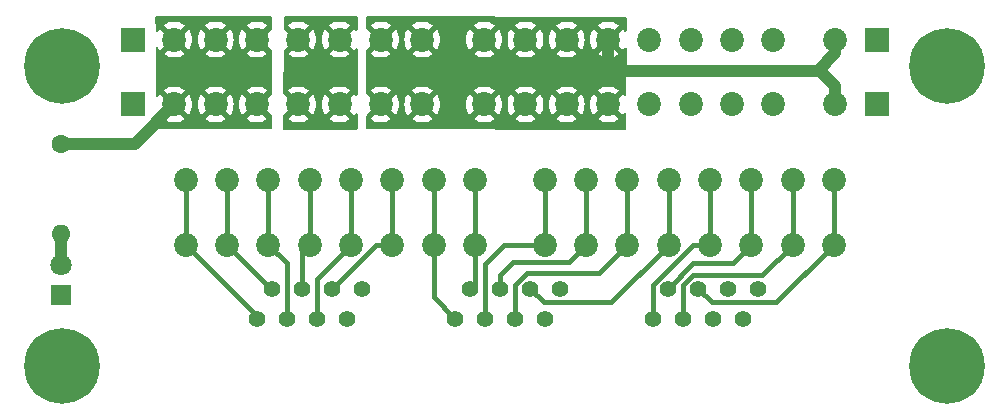
<source format=gtl>
G04 #@! TF.GenerationSoftware,KiCad,Pcbnew,7.0.7*
G04 #@! TF.CreationDate,2024-07-14T01:34:52-07:00*
G04 #@! TF.ProjectId,AnalogBox,416e616c-6f67-4426-9f78-2e6b69636164,rev?*
G04 #@! TF.SameCoordinates,Original*
G04 #@! TF.FileFunction,Copper,L1,Top*
G04 #@! TF.FilePolarity,Positive*
%FSLAX46Y46*%
G04 Gerber Fmt 4.6, Leading zero omitted, Abs format (unit mm)*
G04 Created by KiCad (PCBNEW 7.0.7) date 2024-07-14 01:34:52*
%MOMM*%
%LPD*%
G01*
G04 APERTURE LIST*
G04 #@! TA.AperFunction,ComponentPad*
%ADD10C,1.600000*%
G04 #@! TD*
G04 #@! TA.AperFunction,ComponentPad*
%ADD11O,1.600000X1.600000*%
G04 #@! TD*
G04 #@! TA.AperFunction,ComponentPad*
%ADD12C,1.397000*%
G04 #@! TD*
G04 #@! TA.AperFunction,ComponentPad*
%ADD13C,3.600000*%
G04 #@! TD*
G04 #@! TA.AperFunction,ConnectorPad*
%ADD14C,6.400000*%
G04 #@! TD*
G04 #@! TA.AperFunction,ComponentPad*
%ADD15R,2.025000X2.025000*%
G04 #@! TD*
G04 #@! TA.AperFunction,ComponentPad*
%ADD16C,2.025000*%
G04 #@! TD*
G04 #@! TA.AperFunction,ComponentPad*
%ADD17R,1.800000X1.800000*%
G04 #@! TD*
G04 #@! TA.AperFunction,ComponentPad*
%ADD18C,1.800000*%
G04 #@! TD*
G04 #@! TA.AperFunction,Conductor*
%ADD19C,0.400000*%
G04 #@! TD*
G04 #@! TA.AperFunction,Conductor*
%ADD20C,1.000000*%
G04 #@! TD*
G04 APERTURE END LIST*
D10*
X29110000Y-42140000D03*
D11*
X29110000Y-49760000D03*
D12*
X79269900Y-56934600D03*
X80539900Y-54394600D03*
X81809900Y-56934600D03*
X83079900Y-54394600D03*
X84349900Y-56934600D03*
X85619900Y-54394600D03*
X86889900Y-56934600D03*
X88159900Y-54394600D03*
D13*
X104140000Y-60960000D03*
D14*
X104140000Y-60960000D03*
D13*
X29210000Y-35560000D03*
D14*
X29210000Y-35560000D03*
D12*
X45700000Y-56934600D03*
X46970000Y-54394600D03*
X48240000Y-56934600D03*
X49510000Y-54394600D03*
X50780000Y-56934600D03*
X52050000Y-54394600D03*
X53320000Y-56934600D03*
X54590000Y-54394600D03*
D15*
X35230000Y-38790000D03*
X35230000Y-33290000D03*
D16*
X38730000Y-38790000D03*
X38730000Y-33290000D03*
X42230000Y-38790000D03*
X42230000Y-33290000D03*
X45730000Y-38790000D03*
X45730000Y-33290000D03*
X49230000Y-38790000D03*
X49230000Y-33290000D03*
X52730000Y-38790000D03*
X52730000Y-33290000D03*
X56230000Y-38790000D03*
X56230000Y-33290000D03*
X59730000Y-38790000D03*
X59730000Y-33290000D03*
D13*
X29210000Y-60960000D03*
D14*
X29210000Y-60960000D03*
D16*
X64965000Y-38790000D03*
X64965000Y-33290000D03*
X68465000Y-38790000D03*
X68465000Y-33290000D03*
X71965000Y-38790000D03*
X71965000Y-33290000D03*
X75465000Y-38790000D03*
X75465000Y-33290000D03*
X78965000Y-38790000D03*
X78965000Y-33290000D03*
X82465000Y-38790000D03*
X82465000Y-33290000D03*
X85965000Y-38790000D03*
X85965000Y-33290000D03*
X89465000Y-38790000D03*
X89465000Y-33290000D03*
X39690000Y-50660000D03*
X39690000Y-45160000D03*
X43190000Y-50660000D03*
X43190000Y-45160000D03*
X46690000Y-50660000D03*
X46690000Y-45160000D03*
X50190000Y-50660000D03*
X50190000Y-45160000D03*
X53690000Y-50660000D03*
X53690000Y-45160000D03*
X57190000Y-50660000D03*
X57190000Y-45160000D03*
X60690000Y-50660000D03*
X60690000Y-45160000D03*
X64190000Y-50660000D03*
X64190000Y-45160000D03*
D17*
X29110000Y-54880000D03*
D18*
X29110000Y-52340000D03*
D16*
X94700000Y-38790000D03*
X94700000Y-33290000D03*
D15*
X98200000Y-38790000D03*
X98200000Y-33290000D03*
D16*
X70090000Y-50660000D03*
X70090000Y-45160000D03*
X73590000Y-50660000D03*
X73590000Y-45160000D03*
X77090000Y-50660000D03*
X77090000Y-45160000D03*
X80590000Y-50660000D03*
X80590000Y-45160000D03*
X84090000Y-50660000D03*
X84090000Y-45160000D03*
X87590000Y-50660000D03*
X87590000Y-45160000D03*
X91090000Y-50660000D03*
X91090000Y-45160000D03*
X94590000Y-50660000D03*
X94590000Y-45160000D03*
D13*
X104140000Y-35560000D03*
D14*
X104140000Y-35560000D03*
D12*
X62499900Y-56934600D03*
X63769900Y-54394600D03*
X65039900Y-56934600D03*
X66309900Y-54394600D03*
X67579900Y-56934600D03*
X68849900Y-54394600D03*
X70119900Y-56934600D03*
X71389900Y-54394600D03*
D19*
X65039900Y-52300100D02*
X66680000Y-50660000D01*
X66680000Y-50660000D02*
X70090000Y-50660000D01*
X65039900Y-56934600D02*
X65039900Y-52300100D01*
X70090000Y-50660000D02*
X70090000Y-45160000D01*
X67447500Y-52122500D02*
X72127500Y-52122500D01*
X73590000Y-50660000D02*
X73590000Y-45160000D01*
X66309900Y-53260100D02*
X67447500Y-52122500D01*
X66309900Y-54394600D02*
X66309900Y-53260100D01*
X72127500Y-52122500D02*
X73590000Y-50660000D01*
X77090000Y-45160000D02*
X77090000Y-50660000D01*
X74720000Y-53030000D02*
X77090000Y-50660000D01*
X68590275Y-53030000D02*
X74720000Y-53030000D01*
X67579900Y-56934600D02*
X67579900Y-54040375D01*
X67579900Y-54040375D02*
X68590275Y-53030000D01*
X80590000Y-45160000D02*
X80590000Y-50660000D01*
X69998400Y-55543100D02*
X75706900Y-55543100D01*
X75706900Y-55543100D02*
X80590000Y-50660000D01*
X68849900Y-54394600D02*
X69998400Y-55543100D01*
X39690000Y-50660000D02*
X45700000Y-56670000D01*
X39690000Y-45160000D02*
X39690000Y-50660000D01*
X45700000Y-56670000D02*
X45700000Y-56934600D01*
X43190000Y-45160000D02*
X43190000Y-50660000D01*
X46924600Y-54394600D02*
X46970000Y-54394600D01*
X43190000Y-50660000D02*
X46924600Y-54394600D01*
X46690000Y-50660000D02*
X46690000Y-45160000D01*
X48240000Y-56934600D02*
X48240000Y-52210000D01*
X48240000Y-52210000D02*
X46690000Y-50660000D01*
X60690000Y-45160000D02*
X60690000Y-50660000D01*
X60690000Y-50660000D02*
X60690000Y-55124700D01*
X60690000Y-55124700D02*
X62499900Y-56934600D01*
X64190000Y-50660000D02*
X64190000Y-45160000D01*
X63769900Y-54394600D02*
X64190000Y-53974500D01*
X64190000Y-53974500D02*
X64190000Y-50660000D01*
X49510000Y-51340000D02*
X50190000Y-50660000D01*
X49510000Y-54394600D02*
X49510000Y-51340000D01*
X50190000Y-50660000D02*
X50190000Y-45160000D01*
X53690000Y-45160000D02*
X53690000Y-50660000D01*
X50780000Y-53570000D02*
X50780000Y-56934600D01*
X53690000Y-50660000D02*
X50780000Y-53570000D01*
X57190000Y-50660000D02*
X57190000Y-45160000D01*
X52050000Y-54394600D02*
X55784600Y-50660000D01*
X55784600Y-50660000D02*
X57190000Y-50660000D01*
X84090000Y-45160000D02*
X84090000Y-50660000D01*
X79269900Y-54050100D02*
X82660000Y-50660000D01*
X82660000Y-50660000D02*
X84090000Y-50660000D01*
X79269900Y-56934600D02*
X79269900Y-54050100D01*
X82684500Y-52250000D02*
X86000000Y-52250000D01*
X86000000Y-52250000D02*
X87590000Y-50660000D01*
X80539900Y-54394600D02*
X82684500Y-52250000D01*
X87590000Y-45160000D02*
X87590000Y-50660000D01*
X81809900Y-54111086D02*
X82674886Y-53246100D01*
X88503900Y-53246100D02*
X91090000Y-50660000D01*
X82674886Y-53246100D02*
X88503900Y-53246100D01*
X91090000Y-45160000D02*
X91090000Y-50660000D01*
X81809900Y-56934600D02*
X81809900Y-54111086D01*
X83079900Y-54394600D02*
X84228400Y-55543100D01*
X94590000Y-45160000D02*
X94590000Y-50660000D01*
X89706900Y-55543100D02*
X94590000Y-50660000D01*
X84228400Y-55543100D02*
X89706900Y-55543100D01*
D20*
X35380000Y-42140000D02*
X29110000Y-42140000D01*
X38730000Y-38790000D02*
X35380000Y-42140000D01*
X75460000Y-33295000D02*
X75465000Y-33290000D01*
X94700000Y-33290000D02*
X94700000Y-34454227D01*
X75460000Y-35350000D02*
X75460000Y-33295000D01*
X93400000Y-35950000D02*
X94700000Y-37250000D01*
X93204227Y-35950000D02*
X76060000Y-35950000D01*
X93204227Y-35950000D02*
X93400000Y-35950000D01*
X94700000Y-37250000D02*
X94700000Y-38790000D01*
X94700000Y-34454227D02*
X93204227Y-35950000D01*
X76060000Y-35950000D02*
X75460000Y-35350000D01*
X29110000Y-49760000D02*
X29110000Y-52340000D01*
G04 #@! TA.AperFunction,Conductor*
G36*
X76915763Y-31369718D02*
G01*
X76982755Y-31389555D01*
X77028391Y-31442462D01*
X77039479Y-31494237D01*
X77035189Y-32518421D01*
X77015224Y-32585378D01*
X76962229Y-32630911D01*
X76893029Y-32640565D01*
X76829595Y-32611274D01*
X76805463Y-32582692D01*
X76699224Y-32409326D01*
X76202397Y-32906154D01*
X76141074Y-32939639D01*
X76071382Y-32934655D01*
X76021902Y-32900701D01*
X75915896Y-32781044D01*
X75863522Y-32744893D01*
X75819533Y-32690612D01*
X75811873Y-32621163D01*
X75842976Y-32558598D01*
X75846282Y-32555163D01*
X76345672Y-32055774D01*
X76153783Y-31938184D01*
X76153780Y-31938182D01*
X75933833Y-31847078D01*
X75702342Y-31791502D01*
X75465000Y-31772823D01*
X75227657Y-31791502D01*
X74996166Y-31847078D01*
X74996165Y-31847078D01*
X74776227Y-31938179D01*
X74776224Y-31938181D01*
X74584327Y-32055775D01*
X75083716Y-32555163D01*
X75117201Y-32616486D01*
X75112217Y-32686177D01*
X75070346Y-32742111D01*
X75066476Y-32744893D01*
X75014103Y-32781044D01*
X74908097Y-32900700D01*
X74848908Y-32937827D01*
X74779042Y-32937059D01*
X74727601Y-32906154D01*
X74230775Y-32409327D01*
X74113181Y-32601224D01*
X74113179Y-32601227D01*
X74022078Y-32821165D01*
X74022078Y-32821166D01*
X73966502Y-33052657D01*
X73947823Y-33289999D01*
X73966502Y-33527342D01*
X74022078Y-33758833D01*
X74022078Y-33758834D01*
X74113182Y-33978780D01*
X74113184Y-33978783D01*
X74230774Y-34170672D01*
X74727601Y-33673844D01*
X74788924Y-33640359D01*
X74858615Y-33645343D01*
X74908096Y-33679296D01*
X75014104Y-33798955D01*
X75014104Y-33798956D01*
X75066474Y-33835104D01*
X75110464Y-33889386D01*
X75118124Y-33958835D01*
X75087021Y-34021400D01*
X75083715Y-34024835D01*
X74584326Y-34524224D01*
X74776216Y-34641815D01*
X74776219Y-34641817D01*
X74996166Y-34732921D01*
X75227657Y-34788497D01*
X75464999Y-34807176D01*
X75702342Y-34788497D01*
X75933833Y-34732921D01*
X75933834Y-34732921D01*
X76153780Y-34641817D01*
X76153783Y-34641815D01*
X76345672Y-34524225D01*
X76345672Y-34524224D01*
X75846283Y-34024836D01*
X75812798Y-33963513D01*
X75817782Y-33893822D01*
X75859653Y-33837888D01*
X75863493Y-33835126D01*
X75915896Y-33798956D01*
X76021902Y-33679297D01*
X76081090Y-33642173D01*
X76150956Y-33642940D01*
X76202398Y-33673845D01*
X76699224Y-34170672D01*
X76798951Y-34007934D01*
X76850762Y-33961059D01*
X76919692Y-33949636D01*
X76983855Y-33977293D01*
X77022880Y-34035249D01*
X77028677Y-34073243D01*
X77012309Y-37981083D01*
X76992344Y-38048040D01*
X76939349Y-38093573D01*
X76870149Y-38103227D01*
X76806715Y-38073936D01*
X76782583Y-38045354D01*
X76699224Y-37909326D01*
X76202397Y-38406154D01*
X76141074Y-38439639D01*
X76071382Y-38434655D01*
X76021902Y-38400701D01*
X75915896Y-38281044D01*
X75863522Y-38244893D01*
X75819533Y-38190612D01*
X75811873Y-38121163D01*
X75842976Y-38058598D01*
X75846282Y-38055163D01*
X76345672Y-37555774D01*
X76153783Y-37438184D01*
X76153780Y-37438182D01*
X75933833Y-37347078D01*
X75702342Y-37291502D01*
X75464999Y-37272823D01*
X75227657Y-37291502D01*
X74996166Y-37347078D01*
X74996165Y-37347078D01*
X74776227Y-37438179D01*
X74776224Y-37438181D01*
X74584327Y-37555775D01*
X75083716Y-38055163D01*
X75117201Y-38116486D01*
X75112217Y-38186177D01*
X75070346Y-38242111D01*
X75066476Y-38244893D01*
X75014103Y-38281044D01*
X74908097Y-38400700D01*
X74848908Y-38437827D01*
X74779042Y-38437059D01*
X74727601Y-38406154D01*
X74230775Y-37909327D01*
X74113181Y-38101224D01*
X74113179Y-38101227D01*
X74022078Y-38321165D01*
X74022078Y-38321166D01*
X73966502Y-38552657D01*
X73947823Y-38790000D01*
X73966502Y-39027342D01*
X74022078Y-39258833D01*
X74022078Y-39258834D01*
X74113182Y-39478780D01*
X74113184Y-39478783D01*
X74230774Y-39670672D01*
X74727601Y-39173844D01*
X74788924Y-39140359D01*
X74858615Y-39145343D01*
X74908096Y-39179296D01*
X75014103Y-39298955D01*
X75014104Y-39298956D01*
X75066474Y-39335104D01*
X75110464Y-39389386D01*
X75118124Y-39458835D01*
X75087021Y-39521400D01*
X75083715Y-39524835D01*
X74584326Y-40024224D01*
X74776216Y-40141815D01*
X74776219Y-40141817D01*
X74996166Y-40232921D01*
X75227657Y-40288497D01*
X75465000Y-40307176D01*
X75702342Y-40288497D01*
X75933833Y-40232921D01*
X75933834Y-40232921D01*
X76153780Y-40141817D01*
X76153783Y-40141815D01*
X76345672Y-40024225D01*
X76345672Y-40024224D01*
X75846283Y-39524836D01*
X75812798Y-39463513D01*
X75817782Y-39393822D01*
X75859653Y-39337888D01*
X75863493Y-39335126D01*
X75915896Y-39298956D01*
X76021902Y-39179297D01*
X76081090Y-39142173D01*
X76150956Y-39142940D01*
X76202398Y-39173845D01*
X76699224Y-39670672D01*
X76775756Y-39545785D01*
X76827568Y-39498910D01*
X76896497Y-39487487D01*
X76960660Y-39515144D01*
X76999685Y-39573100D01*
X77005482Y-39611094D01*
X77000517Y-40796350D01*
X76980552Y-40863307D01*
X76927557Y-40908840D01*
X76876349Y-40919831D01*
X55113572Y-40890168D01*
X55046559Y-40870392D01*
X55000877Y-40817526D01*
X54989741Y-40766430D01*
X54987576Y-39730484D01*
X55007120Y-39663411D01*
X55023894Y-39642551D01*
X55492601Y-39173844D01*
X55553924Y-39140359D01*
X55623616Y-39145343D01*
X55673096Y-39179296D01*
X55779103Y-39298955D01*
X55779104Y-39298956D01*
X55831474Y-39335104D01*
X55875464Y-39389386D01*
X55883124Y-39458835D01*
X55852021Y-39521400D01*
X55848715Y-39524835D01*
X55349326Y-40024224D01*
X55541216Y-40141815D01*
X55541219Y-40141817D01*
X55761166Y-40232921D01*
X55992657Y-40288497D01*
X56229999Y-40307176D01*
X56467342Y-40288497D01*
X56698833Y-40232921D01*
X56698834Y-40232921D01*
X56918780Y-40141817D01*
X56918783Y-40141815D01*
X57110672Y-40024225D01*
X57110672Y-40024224D01*
X56611283Y-39524836D01*
X56577798Y-39463513D01*
X56582782Y-39393822D01*
X56624653Y-39337888D01*
X56628493Y-39335126D01*
X56680896Y-39298956D01*
X56786902Y-39179297D01*
X56846090Y-39142173D01*
X56915956Y-39142940D01*
X56967398Y-39173845D01*
X57464224Y-39670672D01*
X57464225Y-39670672D01*
X57581815Y-39478783D01*
X57581817Y-39478780D01*
X57672921Y-39258834D01*
X57672921Y-39258833D01*
X57728497Y-39027342D01*
X57747176Y-38790000D01*
X57747176Y-38789999D01*
X58212823Y-38789999D01*
X58231502Y-39027342D01*
X58287078Y-39258833D01*
X58287078Y-39258834D01*
X58378182Y-39478780D01*
X58378184Y-39478783D01*
X58495774Y-39670672D01*
X58992601Y-39173844D01*
X59053924Y-39140359D01*
X59123615Y-39145343D01*
X59173096Y-39179296D01*
X59279103Y-39298955D01*
X59279104Y-39298956D01*
X59331474Y-39335104D01*
X59375464Y-39389386D01*
X59383124Y-39458835D01*
X59352021Y-39521400D01*
X59348715Y-39524835D01*
X58849326Y-40024224D01*
X59041216Y-40141815D01*
X59041219Y-40141817D01*
X59261166Y-40232921D01*
X59492657Y-40288497D01*
X59730000Y-40307176D01*
X59967342Y-40288497D01*
X60198833Y-40232921D01*
X60198834Y-40232921D01*
X60418780Y-40141817D01*
X60418783Y-40141815D01*
X60610672Y-40024225D01*
X60610672Y-40024224D01*
X60111283Y-39524836D01*
X60077798Y-39463513D01*
X60082782Y-39393822D01*
X60124653Y-39337888D01*
X60128493Y-39335126D01*
X60180896Y-39298956D01*
X60286902Y-39179297D01*
X60346090Y-39142173D01*
X60415956Y-39142940D01*
X60467398Y-39173845D01*
X60964224Y-39670672D01*
X60964225Y-39670672D01*
X61081815Y-39478783D01*
X61081817Y-39478780D01*
X61172921Y-39258834D01*
X61172921Y-39258833D01*
X61228497Y-39027342D01*
X61247176Y-38790000D01*
X61247176Y-38789999D01*
X63447823Y-38789999D01*
X63466502Y-39027342D01*
X63522078Y-39258833D01*
X63522078Y-39258834D01*
X63613182Y-39478780D01*
X63613184Y-39478783D01*
X63730774Y-39670672D01*
X64227601Y-39173844D01*
X64288924Y-39140359D01*
X64358615Y-39145343D01*
X64408096Y-39179296D01*
X64514103Y-39298955D01*
X64514104Y-39298956D01*
X64566474Y-39335104D01*
X64610464Y-39389386D01*
X64618124Y-39458835D01*
X64587021Y-39521400D01*
X64583715Y-39524835D01*
X64084326Y-40024224D01*
X64276216Y-40141815D01*
X64276219Y-40141817D01*
X64496166Y-40232921D01*
X64727657Y-40288497D01*
X64964999Y-40307176D01*
X65202342Y-40288497D01*
X65433833Y-40232921D01*
X65433834Y-40232921D01*
X65653780Y-40141817D01*
X65653783Y-40141815D01*
X65845672Y-40024225D01*
X65845672Y-40024224D01*
X65346283Y-39524836D01*
X65312798Y-39463513D01*
X65317782Y-39393822D01*
X65359653Y-39337888D01*
X65363493Y-39335126D01*
X65415896Y-39298956D01*
X65521902Y-39179297D01*
X65581090Y-39142173D01*
X65650956Y-39142940D01*
X65702398Y-39173845D01*
X66199224Y-39670672D01*
X66199225Y-39670672D01*
X66316815Y-39478783D01*
X66316817Y-39478780D01*
X66407921Y-39258834D01*
X66407921Y-39258833D01*
X66463497Y-39027342D01*
X66482176Y-38790000D01*
X66947823Y-38790000D01*
X66966502Y-39027342D01*
X67022078Y-39258833D01*
X67022078Y-39258834D01*
X67113182Y-39478780D01*
X67113184Y-39478783D01*
X67230774Y-39670672D01*
X67727601Y-39173844D01*
X67788924Y-39140359D01*
X67858615Y-39145343D01*
X67908096Y-39179296D01*
X68014103Y-39298955D01*
X68014104Y-39298956D01*
X68066474Y-39335104D01*
X68110464Y-39389386D01*
X68118124Y-39458835D01*
X68087021Y-39521400D01*
X68083715Y-39524835D01*
X67584326Y-40024224D01*
X67776216Y-40141815D01*
X67776219Y-40141817D01*
X67996166Y-40232921D01*
X68227657Y-40288497D01*
X68465000Y-40307176D01*
X68702342Y-40288497D01*
X68933833Y-40232921D01*
X68933834Y-40232921D01*
X69153780Y-40141817D01*
X69153783Y-40141815D01*
X69345672Y-40024225D01*
X69345672Y-40024224D01*
X68846283Y-39524836D01*
X68812798Y-39463513D01*
X68817782Y-39393822D01*
X68859653Y-39337888D01*
X68863493Y-39335126D01*
X68915896Y-39298956D01*
X69021902Y-39179297D01*
X69081090Y-39142173D01*
X69150956Y-39142940D01*
X69202398Y-39173845D01*
X69699224Y-39670672D01*
X69699225Y-39670672D01*
X69816815Y-39478783D01*
X69816817Y-39478780D01*
X69907921Y-39258834D01*
X69907921Y-39258833D01*
X69963497Y-39027342D01*
X69982176Y-38790000D01*
X70447823Y-38790000D01*
X70466502Y-39027342D01*
X70522078Y-39258833D01*
X70522078Y-39258834D01*
X70613182Y-39478780D01*
X70613184Y-39478783D01*
X70730774Y-39670672D01*
X71227601Y-39173844D01*
X71288924Y-39140359D01*
X71358615Y-39145343D01*
X71408096Y-39179296D01*
X71514103Y-39298955D01*
X71514104Y-39298956D01*
X71566474Y-39335104D01*
X71610464Y-39389386D01*
X71618124Y-39458835D01*
X71587021Y-39521400D01*
X71583715Y-39524835D01*
X71084326Y-40024224D01*
X71276216Y-40141815D01*
X71276219Y-40141817D01*
X71496166Y-40232921D01*
X71727657Y-40288497D01*
X71964999Y-40307176D01*
X72202342Y-40288497D01*
X72433833Y-40232921D01*
X72433834Y-40232921D01*
X72653780Y-40141817D01*
X72653783Y-40141815D01*
X72845672Y-40024225D01*
X72845672Y-40024224D01*
X72346283Y-39524836D01*
X72312798Y-39463513D01*
X72317782Y-39393822D01*
X72359653Y-39337888D01*
X72363493Y-39335126D01*
X72415896Y-39298956D01*
X72521902Y-39179297D01*
X72581090Y-39142173D01*
X72650956Y-39142940D01*
X72702398Y-39173845D01*
X73199224Y-39670672D01*
X73199225Y-39670672D01*
X73316815Y-39478783D01*
X73316817Y-39478780D01*
X73407921Y-39258834D01*
X73407921Y-39258833D01*
X73463497Y-39027342D01*
X73482176Y-38790000D01*
X73463497Y-38552657D01*
X73407921Y-38321166D01*
X73407921Y-38321165D01*
X73316817Y-38101219D01*
X73316815Y-38101216D01*
X73199224Y-37909326D01*
X72702397Y-38406154D01*
X72641074Y-38439639D01*
X72571382Y-38434655D01*
X72521902Y-38400701D01*
X72415896Y-38281044D01*
X72363522Y-38244893D01*
X72319533Y-38190612D01*
X72311873Y-38121163D01*
X72342976Y-38058598D01*
X72346282Y-38055163D01*
X72845672Y-37555774D01*
X72653783Y-37438184D01*
X72653780Y-37438182D01*
X72433833Y-37347078D01*
X72202342Y-37291502D01*
X71965000Y-37272823D01*
X71727657Y-37291502D01*
X71496166Y-37347078D01*
X71496165Y-37347078D01*
X71276227Y-37438179D01*
X71276224Y-37438181D01*
X71084327Y-37555775D01*
X71583716Y-38055163D01*
X71617201Y-38116486D01*
X71612217Y-38186177D01*
X71570346Y-38242111D01*
X71566476Y-38244893D01*
X71514103Y-38281044D01*
X71408097Y-38400700D01*
X71348908Y-38437827D01*
X71279042Y-38437059D01*
X71227601Y-38406154D01*
X70730775Y-37909327D01*
X70613181Y-38101224D01*
X70613179Y-38101227D01*
X70522078Y-38321165D01*
X70522078Y-38321166D01*
X70466502Y-38552657D01*
X70447823Y-38790000D01*
X69982176Y-38790000D01*
X69963497Y-38552657D01*
X69907921Y-38321166D01*
X69907921Y-38321165D01*
X69816817Y-38101219D01*
X69816815Y-38101216D01*
X69699224Y-37909326D01*
X69202397Y-38406154D01*
X69141074Y-38439639D01*
X69071382Y-38434655D01*
X69021902Y-38400701D01*
X68915896Y-38281044D01*
X68863522Y-38244893D01*
X68819533Y-38190612D01*
X68811873Y-38121163D01*
X68842976Y-38058598D01*
X68846282Y-38055163D01*
X69345672Y-37555774D01*
X69153783Y-37438184D01*
X69153780Y-37438182D01*
X68933833Y-37347078D01*
X68702342Y-37291502D01*
X68465000Y-37272823D01*
X68227657Y-37291502D01*
X67996166Y-37347078D01*
X67996165Y-37347078D01*
X67776227Y-37438179D01*
X67776224Y-37438181D01*
X67584327Y-37555775D01*
X68083716Y-38055163D01*
X68117201Y-38116486D01*
X68112217Y-38186177D01*
X68070346Y-38242111D01*
X68066476Y-38244893D01*
X68014103Y-38281044D01*
X67908097Y-38400700D01*
X67848908Y-38437827D01*
X67779042Y-38437059D01*
X67727601Y-38406154D01*
X67230775Y-37909327D01*
X67113181Y-38101224D01*
X67113179Y-38101227D01*
X67022078Y-38321165D01*
X67022078Y-38321166D01*
X66966502Y-38552657D01*
X66947823Y-38790000D01*
X66482176Y-38790000D01*
X66463497Y-38552657D01*
X66407921Y-38321166D01*
X66407921Y-38321165D01*
X66316817Y-38101219D01*
X66316815Y-38101216D01*
X66199224Y-37909326D01*
X65702397Y-38406154D01*
X65641074Y-38439639D01*
X65571382Y-38434655D01*
X65521902Y-38400701D01*
X65415896Y-38281044D01*
X65363522Y-38244893D01*
X65319533Y-38190612D01*
X65311873Y-38121163D01*
X65342976Y-38058598D01*
X65346282Y-38055163D01*
X65845672Y-37555774D01*
X65653783Y-37438184D01*
X65653780Y-37438182D01*
X65433833Y-37347078D01*
X65202342Y-37291502D01*
X64964999Y-37272823D01*
X64727657Y-37291502D01*
X64496166Y-37347078D01*
X64496165Y-37347078D01*
X64276227Y-37438179D01*
X64276224Y-37438181D01*
X64084327Y-37555775D01*
X64583716Y-38055163D01*
X64617201Y-38116486D01*
X64612217Y-38186177D01*
X64570346Y-38242111D01*
X64566476Y-38244893D01*
X64514103Y-38281044D01*
X64408097Y-38400700D01*
X64348908Y-38437827D01*
X64279042Y-38437059D01*
X64227601Y-38406154D01*
X63730775Y-37909327D01*
X63613181Y-38101224D01*
X63613179Y-38101227D01*
X63522078Y-38321165D01*
X63522078Y-38321166D01*
X63466502Y-38552657D01*
X63447823Y-38789999D01*
X61247176Y-38789999D01*
X61228497Y-38552657D01*
X61172921Y-38321166D01*
X61172921Y-38321165D01*
X61081817Y-38101219D01*
X61081815Y-38101216D01*
X60964224Y-37909326D01*
X60467397Y-38406154D01*
X60406074Y-38439639D01*
X60336382Y-38434655D01*
X60286902Y-38400701D01*
X60180896Y-38281044D01*
X60128522Y-38244893D01*
X60084533Y-38190612D01*
X60076873Y-38121163D01*
X60107976Y-38058598D01*
X60111282Y-38055163D01*
X60610672Y-37555774D01*
X60418783Y-37438184D01*
X60418780Y-37438182D01*
X60198833Y-37347078D01*
X59967342Y-37291502D01*
X59729999Y-37272823D01*
X59492657Y-37291502D01*
X59261166Y-37347078D01*
X59261165Y-37347078D01*
X59041227Y-37438179D01*
X59041224Y-37438181D01*
X58849327Y-37555775D01*
X59348716Y-38055163D01*
X59382201Y-38116486D01*
X59377217Y-38186177D01*
X59335346Y-38242111D01*
X59331476Y-38244893D01*
X59279103Y-38281044D01*
X59173097Y-38400700D01*
X59113908Y-38437827D01*
X59044042Y-38437059D01*
X58992601Y-38406154D01*
X58495775Y-37909327D01*
X58378181Y-38101224D01*
X58378179Y-38101227D01*
X58287078Y-38321165D01*
X58287078Y-38321166D01*
X58231502Y-38552657D01*
X58212823Y-38789999D01*
X57747176Y-38789999D01*
X57728497Y-38552657D01*
X57672921Y-38321166D01*
X57672921Y-38321165D01*
X57581817Y-38101219D01*
X57581815Y-38101216D01*
X57464224Y-37909326D01*
X56967397Y-38406154D01*
X56906074Y-38439639D01*
X56836382Y-38434655D01*
X56786902Y-38400701D01*
X56680896Y-38281044D01*
X56628522Y-38244893D01*
X56584533Y-38190612D01*
X56576873Y-38121163D01*
X56607976Y-38058598D01*
X56611282Y-38055163D01*
X57110672Y-37555774D01*
X56918783Y-37438184D01*
X56918780Y-37438182D01*
X56698833Y-37347078D01*
X56467342Y-37291502D01*
X56229999Y-37272823D01*
X55992657Y-37291502D01*
X55761166Y-37347078D01*
X55761165Y-37347078D01*
X55541227Y-37438179D01*
X55541224Y-37438181D01*
X55349327Y-37555775D01*
X55848716Y-38055163D01*
X55882201Y-38116486D01*
X55877217Y-38186177D01*
X55835346Y-38242111D01*
X55831476Y-38244893D01*
X55779103Y-38281044D01*
X55673097Y-38400700D01*
X55613908Y-38437827D01*
X55544042Y-38437059D01*
X55492601Y-38406154D01*
X55019955Y-37933507D01*
X54986470Y-37872184D01*
X54983638Y-37846109D01*
X54976106Y-34241953D01*
X54995649Y-34174882D01*
X55012423Y-34154022D01*
X55492601Y-33673844D01*
X55553924Y-33640359D01*
X55623616Y-33645343D01*
X55673096Y-33679296D01*
X55779103Y-33798955D01*
X55779104Y-33798956D01*
X55831474Y-33835104D01*
X55875464Y-33889386D01*
X55883124Y-33958835D01*
X55852021Y-34021400D01*
X55848715Y-34024835D01*
X55349326Y-34524224D01*
X55541216Y-34641815D01*
X55541219Y-34641817D01*
X55761166Y-34732921D01*
X55992657Y-34788497D01*
X56230000Y-34807176D01*
X56467342Y-34788497D01*
X56698833Y-34732921D01*
X56698834Y-34732921D01*
X56918780Y-34641817D01*
X56918783Y-34641815D01*
X57110672Y-34524225D01*
X57110672Y-34524224D01*
X56611283Y-34024836D01*
X56577798Y-33963513D01*
X56582782Y-33893822D01*
X56624653Y-33837888D01*
X56628493Y-33835126D01*
X56680896Y-33798956D01*
X56786902Y-33679297D01*
X56846090Y-33642173D01*
X56915956Y-33642940D01*
X56967398Y-33673845D01*
X57464224Y-34170672D01*
X57464225Y-34170672D01*
X57581815Y-33978783D01*
X57581817Y-33978780D01*
X57672921Y-33758834D01*
X57672921Y-33758833D01*
X57728497Y-33527342D01*
X57747176Y-33290000D01*
X58212823Y-33290000D01*
X58231502Y-33527342D01*
X58287078Y-33758833D01*
X58287078Y-33758834D01*
X58378182Y-33978780D01*
X58378184Y-33978783D01*
X58495774Y-34170672D01*
X58992601Y-33673844D01*
X59053924Y-33640359D01*
X59123615Y-33645343D01*
X59173096Y-33679296D01*
X59279103Y-33798955D01*
X59279104Y-33798956D01*
X59331474Y-33835104D01*
X59375464Y-33889386D01*
X59383124Y-33958835D01*
X59352021Y-34021400D01*
X59348715Y-34024835D01*
X58849326Y-34524224D01*
X59041216Y-34641815D01*
X59041219Y-34641817D01*
X59261166Y-34732921D01*
X59492657Y-34788497D01*
X59729999Y-34807176D01*
X59967342Y-34788497D01*
X60198833Y-34732921D01*
X60198834Y-34732921D01*
X60418780Y-34641817D01*
X60418783Y-34641815D01*
X60610672Y-34524225D01*
X60610672Y-34524224D01*
X60111283Y-34024836D01*
X60077798Y-33963513D01*
X60082782Y-33893822D01*
X60124653Y-33837888D01*
X60128493Y-33835126D01*
X60180896Y-33798956D01*
X60286902Y-33679297D01*
X60346090Y-33642173D01*
X60415956Y-33642940D01*
X60467398Y-33673845D01*
X60964224Y-34170672D01*
X60964225Y-34170672D01*
X61081815Y-33978783D01*
X61081817Y-33978780D01*
X61172921Y-33758834D01*
X61172921Y-33758833D01*
X61228497Y-33527342D01*
X61247176Y-33290000D01*
X63447823Y-33290000D01*
X63466502Y-33527342D01*
X63522078Y-33758833D01*
X63522078Y-33758834D01*
X63613182Y-33978780D01*
X63613184Y-33978783D01*
X63730774Y-34170672D01*
X64227601Y-33673844D01*
X64288924Y-33640359D01*
X64358615Y-33645343D01*
X64408096Y-33679296D01*
X64514103Y-33798955D01*
X64514104Y-33798956D01*
X64566474Y-33835104D01*
X64610464Y-33889386D01*
X64618124Y-33958835D01*
X64587021Y-34021400D01*
X64583715Y-34024835D01*
X64084326Y-34524224D01*
X64276216Y-34641815D01*
X64276219Y-34641817D01*
X64496166Y-34732921D01*
X64727657Y-34788497D01*
X64964999Y-34807176D01*
X65202342Y-34788497D01*
X65433833Y-34732921D01*
X65433834Y-34732921D01*
X65653780Y-34641817D01*
X65653783Y-34641815D01*
X65845672Y-34524225D01*
X65845672Y-34524224D01*
X65346283Y-34024836D01*
X65312798Y-33963513D01*
X65317782Y-33893822D01*
X65359653Y-33837888D01*
X65363493Y-33835126D01*
X65415896Y-33798956D01*
X65521902Y-33679297D01*
X65581090Y-33642173D01*
X65650956Y-33642940D01*
X65702398Y-33673845D01*
X66199224Y-34170672D01*
X66199225Y-34170672D01*
X66316815Y-33978783D01*
X66316817Y-33978780D01*
X66407921Y-33758834D01*
X66407921Y-33758833D01*
X66463497Y-33527342D01*
X66482176Y-33289999D01*
X66947823Y-33289999D01*
X66966502Y-33527342D01*
X67022078Y-33758833D01*
X67022078Y-33758834D01*
X67113182Y-33978780D01*
X67113184Y-33978783D01*
X67230774Y-34170672D01*
X67727601Y-33673844D01*
X67788924Y-33640359D01*
X67858615Y-33645343D01*
X67908096Y-33679296D01*
X68014103Y-33798955D01*
X68014104Y-33798956D01*
X68066474Y-33835104D01*
X68110464Y-33889386D01*
X68118124Y-33958835D01*
X68087021Y-34021400D01*
X68083715Y-34024835D01*
X67584326Y-34524224D01*
X67776216Y-34641815D01*
X67776219Y-34641817D01*
X67996166Y-34732921D01*
X68227657Y-34788497D01*
X68465000Y-34807176D01*
X68702342Y-34788497D01*
X68933833Y-34732921D01*
X68933834Y-34732921D01*
X69153780Y-34641817D01*
X69153783Y-34641815D01*
X69345672Y-34524225D01*
X69345672Y-34524224D01*
X68846283Y-34024836D01*
X68812798Y-33963513D01*
X68817782Y-33893822D01*
X68859653Y-33837888D01*
X68863493Y-33835126D01*
X68915896Y-33798956D01*
X69021902Y-33679297D01*
X69081090Y-33642173D01*
X69150956Y-33642940D01*
X69202398Y-33673845D01*
X69699224Y-34170672D01*
X69699225Y-34170672D01*
X69816815Y-33978783D01*
X69816817Y-33978780D01*
X69907921Y-33758834D01*
X69907921Y-33758833D01*
X69963497Y-33527342D01*
X69982176Y-33289999D01*
X70447823Y-33289999D01*
X70466502Y-33527342D01*
X70522078Y-33758833D01*
X70522078Y-33758834D01*
X70613182Y-33978780D01*
X70613184Y-33978783D01*
X70730774Y-34170672D01*
X71227601Y-33673844D01*
X71288924Y-33640359D01*
X71358615Y-33645343D01*
X71408096Y-33679296D01*
X71514103Y-33798955D01*
X71514104Y-33798956D01*
X71566474Y-33835104D01*
X71610464Y-33889386D01*
X71618124Y-33958835D01*
X71587021Y-34021400D01*
X71583715Y-34024835D01*
X71084326Y-34524224D01*
X71276216Y-34641815D01*
X71276219Y-34641817D01*
X71496166Y-34732921D01*
X71727657Y-34788497D01*
X71965000Y-34807176D01*
X72202342Y-34788497D01*
X72433833Y-34732921D01*
X72433834Y-34732921D01*
X72653780Y-34641817D01*
X72653783Y-34641815D01*
X72845672Y-34524225D01*
X72845672Y-34524224D01*
X72346283Y-34024836D01*
X72312798Y-33963513D01*
X72317782Y-33893822D01*
X72359653Y-33837888D01*
X72363493Y-33835126D01*
X72415896Y-33798956D01*
X72521902Y-33679297D01*
X72581090Y-33642173D01*
X72650956Y-33642940D01*
X72702398Y-33673845D01*
X73199224Y-34170672D01*
X73199225Y-34170672D01*
X73316815Y-33978783D01*
X73316817Y-33978780D01*
X73407921Y-33758834D01*
X73407921Y-33758833D01*
X73463497Y-33527342D01*
X73482176Y-33290000D01*
X73463497Y-33052657D01*
X73407921Y-32821166D01*
X73407921Y-32821165D01*
X73316817Y-32601219D01*
X73316815Y-32601216D01*
X73199224Y-32409326D01*
X72702397Y-32906154D01*
X72641074Y-32939639D01*
X72571382Y-32934655D01*
X72521902Y-32900701D01*
X72415896Y-32781044D01*
X72363522Y-32744893D01*
X72319533Y-32690612D01*
X72311873Y-32621163D01*
X72342976Y-32558598D01*
X72346282Y-32555163D01*
X72845672Y-32055774D01*
X72653783Y-31938184D01*
X72653780Y-31938182D01*
X72433833Y-31847078D01*
X72202342Y-31791502D01*
X71965000Y-31772823D01*
X71727657Y-31791502D01*
X71496166Y-31847078D01*
X71496165Y-31847078D01*
X71276227Y-31938179D01*
X71276224Y-31938181D01*
X71084327Y-32055775D01*
X71583716Y-32555163D01*
X71617201Y-32616486D01*
X71612217Y-32686177D01*
X71570346Y-32742111D01*
X71566476Y-32744893D01*
X71514103Y-32781044D01*
X71408097Y-32900700D01*
X71348908Y-32937827D01*
X71279042Y-32937059D01*
X71227601Y-32906154D01*
X70730775Y-32409327D01*
X70613181Y-32601224D01*
X70613179Y-32601227D01*
X70522078Y-32821165D01*
X70522078Y-32821166D01*
X70466502Y-33052657D01*
X70447823Y-33289999D01*
X69982176Y-33289999D01*
X69963497Y-33052657D01*
X69907921Y-32821166D01*
X69907921Y-32821165D01*
X69816817Y-32601219D01*
X69816815Y-32601216D01*
X69699224Y-32409326D01*
X69202397Y-32906154D01*
X69141074Y-32939639D01*
X69071382Y-32934655D01*
X69021902Y-32900701D01*
X68915896Y-32781044D01*
X68863522Y-32744893D01*
X68819533Y-32690612D01*
X68811873Y-32621163D01*
X68842976Y-32558598D01*
X68846282Y-32555163D01*
X69345672Y-32055774D01*
X69153783Y-31938184D01*
X69153780Y-31938182D01*
X68933833Y-31847078D01*
X68702342Y-31791502D01*
X68465000Y-31772823D01*
X68227657Y-31791502D01*
X67996166Y-31847078D01*
X67996165Y-31847078D01*
X67776227Y-31938179D01*
X67776224Y-31938181D01*
X67584327Y-32055775D01*
X68083716Y-32555163D01*
X68117201Y-32616486D01*
X68112217Y-32686177D01*
X68070346Y-32742111D01*
X68066476Y-32744893D01*
X68014103Y-32781044D01*
X67908097Y-32900700D01*
X67848908Y-32937827D01*
X67779042Y-32937059D01*
X67727601Y-32906154D01*
X67230775Y-32409327D01*
X67113181Y-32601224D01*
X67113179Y-32601227D01*
X67022078Y-32821165D01*
X67022078Y-32821166D01*
X66966502Y-33052657D01*
X66947823Y-33289999D01*
X66482176Y-33289999D01*
X66463497Y-33052657D01*
X66407921Y-32821166D01*
X66407921Y-32821165D01*
X66316817Y-32601219D01*
X66316815Y-32601216D01*
X66199224Y-32409326D01*
X65702397Y-32906154D01*
X65641074Y-32939639D01*
X65571382Y-32934655D01*
X65521902Y-32900701D01*
X65415896Y-32781044D01*
X65363522Y-32744893D01*
X65319533Y-32690612D01*
X65311873Y-32621163D01*
X65342976Y-32558598D01*
X65346282Y-32555163D01*
X65845672Y-32055774D01*
X65653783Y-31938184D01*
X65653780Y-31938182D01*
X65433833Y-31847078D01*
X65202342Y-31791502D01*
X64964999Y-31772823D01*
X64727657Y-31791502D01*
X64496166Y-31847078D01*
X64496165Y-31847078D01*
X64276227Y-31938179D01*
X64276224Y-31938181D01*
X64084327Y-32055775D01*
X64583716Y-32555163D01*
X64617201Y-32616486D01*
X64612217Y-32686177D01*
X64570346Y-32742111D01*
X64566476Y-32744893D01*
X64514103Y-32781044D01*
X64408097Y-32900700D01*
X64348908Y-32937827D01*
X64279042Y-32937059D01*
X64227601Y-32906154D01*
X63730775Y-32409327D01*
X63613181Y-32601224D01*
X63613179Y-32601227D01*
X63522078Y-32821165D01*
X63522078Y-32821166D01*
X63466502Y-33052657D01*
X63447823Y-33290000D01*
X61247176Y-33290000D01*
X61247176Y-33289999D01*
X61228497Y-33052657D01*
X61172921Y-32821166D01*
X61172921Y-32821165D01*
X61081817Y-32601219D01*
X61081815Y-32601216D01*
X60964224Y-32409326D01*
X60467397Y-32906154D01*
X60406074Y-32939639D01*
X60336382Y-32934655D01*
X60286902Y-32900701D01*
X60180896Y-32781044D01*
X60128522Y-32744893D01*
X60084533Y-32690612D01*
X60076873Y-32621163D01*
X60107976Y-32558598D01*
X60111282Y-32555163D01*
X60610672Y-32055774D01*
X60418783Y-31938184D01*
X60418780Y-31938182D01*
X60198833Y-31847078D01*
X59967342Y-31791502D01*
X59729999Y-31772823D01*
X59492657Y-31791502D01*
X59261166Y-31847078D01*
X59261165Y-31847078D01*
X59041227Y-31938179D01*
X59041224Y-31938181D01*
X58849327Y-32055775D01*
X59348716Y-32555163D01*
X59382201Y-32616486D01*
X59377217Y-32686177D01*
X59335346Y-32742111D01*
X59331476Y-32744893D01*
X59279103Y-32781044D01*
X59173097Y-32900700D01*
X59113908Y-32937827D01*
X59044042Y-32937059D01*
X58992601Y-32906154D01*
X58495775Y-32409327D01*
X58378181Y-32601224D01*
X58378179Y-32601227D01*
X58287078Y-32821165D01*
X58287078Y-32821166D01*
X58231502Y-33052657D01*
X58212823Y-33290000D01*
X57747176Y-33290000D01*
X57747176Y-33289999D01*
X57728497Y-33052657D01*
X57672921Y-32821166D01*
X57672921Y-32821165D01*
X57581817Y-32601219D01*
X57581815Y-32601216D01*
X57464224Y-32409326D01*
X56967397Y-32906154D01*
X56906074Y-32939639D01*
X56836382Y-32934655D01*
X56786902Y-32900701D01*
X56680896Y-32781044D01*
X56628522Y-32744893D01*
X56584533Y-32690612D01*
X56576873Y-32621163D01*
X56607976Y-32558598D01*
X56611282Y-32555163D01*
X57110672Y-32055774D01*
X56918783Y-31938184D01*
X56918780Y-31938182D01*
X56698833Y-31847078D01*
X56467342Y-31791502D01*
X56230000Y-31772823D01*
X55992657Y-31791502D01*
X55761166Y-31847078D01*
X55761165Y-31847078D01*
X55541227Y-31938179D01*
X55541224Y-31938181D01*
X55349327Y-32055775D01*
X55848716Y-32555163D01*
X55882201Y-32616486D01*
X55877217Y-32686177D01*
X55835346Y-32742111D01*
X55831476Y-32744893D01*
X55779103Y-32781044D01*
X55673097Y-32900700D01*
X55613908Y-32937827D01*
X55544042Y-32937059D01*
X55492601Y-32906154D01*
X55008437Y-32421990D01*
X54974952Y-32360667D01*
X54972120Y-32334588D01*
X54970260Y-31444584D01*
X54989805Y-31377504D01*
X55042513Y-31331639D01*
X55094536Y-31320326D01*
X76915763Y-31369718D01*
G37*
G04 #@! TD.AperFunction*
G04 #@! TA.AperFunction,Conductor*
G36*
X54202785Y-31328337D02*
G01*
X54248722Y-31380982D01*
X54260106Y-31432883D01*
X54260105Y-32452489D01*
X54240420Y-32519529D01*
X54187616Y-32565283D01*
X54118458Y-32575227D01*
X54054902Y-32546202D01*
X54030378Y-32517279D01*
X53964224Y-32409326D01*
X53467397Y-32906154D01*
X53406074Y-32939639D01*
X53336382Y-32934655D01*
X53286902Y-32900701D01*
X53180896Y-32781044D01*
X53128522Y-32744893D01*
X53084533Y-32690612D01*
X53076873Y-32621163D01*
X53107976Y-32558598D01*
X53111282Y-32555163D01*
X53610672Y-32055774D01*
X53418783Y-31938184D01*
X53418780Y-31938182D01*
X53198833Y-31847078D01*
X52967342Y-31791502D01*
X52729999Y-31772823D01*
X52492657Y-31791502D01*
X52261166Y-31847078D01*
X52261165Y-31847078D01*
X52041227Y-31938179D01*
X52041224Y-31938181D01*
X51849327Y-32055775D01*
X52348716Y-32555163D01*
X52382201Y-32616486D01*
X52377217Y-32686177D01*
X52335346Y-32742111D01*
X52331476Y-32744893D01*
X52279103Y-32781044D01*
X52173097Y-32900700D01*
X52113908Y-32937827D01*
X52044042Y-32937059D01*
X51992601Y-32906154D01*
X51495775Y-32409327D01*
X51378181Y-32601224D01*
X51378179Y-32601227D01*
X51287078Y-32821165D01*
X51287078Y-32821166D01*
X51231502Y-33052657D01*
X51212823Y-33289999D01*
X51231502Y-33527342D01*
X51287078Y-33758833D01*
X51287078Y-33758834D01*
X51378182Y-33978780D01*
X51378184Y-33978783D01*
X51495774Y-34170672D01*
X51992601Y-33673844D01*
X52053924Y-33640359D01*
X52123615Y-33645343D01*
X52173096Y-33679296D01*
X52279103Y-33798955D01*
X52279104Y-33798956D01*
X52331474Y-33835104D01*
X52375464Y-33889386D01*
X52383124Y-33958835D01*
X52352021Y-34021400D01*
X52348715Y-34024835D01*
X51849326Y-34524224D01*
X52041216Y-34641815D01*
X52041219Y-34641817D01*
X52261166Y-34732921D01*
X52492657Y-34788497D01*
X52730000Y-34807176D01*
X52967342Y-34788497D01*
X53198833Y-34732921D01*
X53198834Y-34732921D01*
X53418780Y-34641817D01*
X53418783Y-34641815D01*
X53610672Y-34524225D01*
X53610672Y-34524224D01*
X53111283Y-34024836D01*
X53077798Y-33963513D01*
X53082782Y-33893822D01*
X53124653Y-33837888D01*
X53128493Y-33835126D01*
X53180896Y-33798956D01*
X53286902Y-33679297D01*
X53346090Y-33642173D01*
X53415956Y-33642940D01*
X53467398Y-33673845D01*
X53964224Y-34170672D01*
X54030377Y-34062720D01*
X54082189Y-34015844D01*
X54151119Y-34004421D01*
X54215282Y-34032078D01*
X54254306Y-34090033D01*
X54260105Y-34127509D01*
X54260105Y-37952489D01*
X54240420Y-38019528D01*
X54187616Y-38065283D01*
X54118458Y-38075227D01*
X54054902Y-38046202D01*
X54030378Y-38017279D01*
X53964224Y-37909326D01*
X53467397Y-38406154D01*
X53406074Y-38439639D01*
X53336382Y-38434655D01*
X53286902Y-38400701D01*
X53180896Y-38281044D01*
X53128522Y-38244893D01*
X53084533Y-38190612D01*
X53076873Y-38121163D01*
X53107976Y-38058598D01*
X53111282Y-38055163D01*
X53610672Y-37555774D01*
X53418783Y-37438184D01*
X53418780Y-37438182D01*
X53198833Y-37347078D01*
X52967342Y-37291502D01*
X52730000Y-37272823D01*
X52492657Y-37291502D01*
X52261166Y-37347078D01*
X52261165Y-37347078D01*
X52041227Y-37438179D01*
X52041224Y-37438181D01*
X51849327Y-37555775D01*
X52348716Y-38055163D01*
X52382201Y-38116486D01*
X52377217Y-38186177D01*
X52335346Y-38242111D01*
X52331476Y-38244893D01*
X52279103Y-38281044D01*
X52173097Y-38400700D01*
X52113908Y-38437827D01*
X52044042Y-38437059D01*
X51992601Y-38406154D01*
X51495775Y-37909327D01*
X51378181Y-38101224D01*
X51378179Y-38101227D01*
X51287078Y-38321165D01*
X51287078Y-38321166D01*
X51231502Y-38552657D01*
X51212823Y-38790000D01*
X51231502Y-39027342D01*
X51287078Y-39258833D01*
X51287078Y-39258834D01*
X51378182Y-39478780D01*
X51378184Y-39478783D01*
X51495774Y-39670672D01*
X51992601Y-39173844D01*
X52053924Y-39140359D01*
X52123615Y-39145343D01*
X52173096Y-39179296D01*
X52279103Y-39298955D01*
X52279104Y-39298956D01*
X52331474Y-39335104D01*
X52375464Y-39389386D01*
X52383124Y-39458835D01*
X52352021Y-39521400D01*
X52348715Y-39524835D01*
X51849326Y-40024224D01*
X52041216Y-40141815D01*
X52041219Y-40141817D01*
X52261166Y-40232921D01*
X52492657Y-40288497D01*
X52729999Y-40307176D01*
X52967342Y-40288497D01*
X53198833Y-40232921D01*
X53198834Y-40232921D01*
X53418780Y-40141817D01*
X53418783Y-40141815D01*
X53610672Y-40024225D01*
X53610672Y-40024224D01*
X53111283Y-39524836D01*
X53077798Y-39463513D01*
X53082782Y-39393822D01*
X53124653Y-39337888D01*
X53128493Y-39335126D01*
X53180896Y-39298956D01*
X53286902Y-39179297D01*
X53346090Y-39142173D01*
X53415956Y-39142940D01*
X53467398Y-39173845D01*
X53964224Y-39670672D01*
X54030377Y-39562720D01*
X54082189Y-39515844D01*
X54151119Y-39504421D01*
X54215282Y-39532078D01*
X54254306Y-39590033D01*
X54260105Y-39627509D01*
X54260106Y-40795619D01*
X54240421Y-40862658D01*
X54187618Y-40908413D01*
X54137276Y-40919613D01*
X48026840Y-40977259D01*
X47959618Y-40958208D01*
X47913367Y-40905838D01*
X47901680Y-40851727D01*
X47914761Y-39799079D01*
X47935276Y-39732294D01*
X47955364Y-39715319D01*
X47953246Y-39713201D01*
X48492601Y-39173844D01*
X48553924Y-39140359D01*
X48623615Y-39145343D01*
X48673096Y-39179296D01*
X48779103Y-39298955D01*
X48779104Y-39298956D01*
X48831474Y-39335104D01*
X48875464Y-39389386D01*
X48883124Y-39458835D01*
X48852021Y-39521400D01*
X48848715Y-39524835D01*
X48349326Y-40024224D01*
X48541216Y-40141815D01*
X48541219Y-40141817D01*
X48761166Y-40232921D01*
X48992657Y-40288497D01*
X49230000Y-40307176D01*
X49467342Y-40288497D01*
X49698833Y-40232921D01*
X49698834Y-40232921D01*
X49918780Y-40141817D01*
X49918783Y-40141815D01*
X50110672Y-40024225D01*
X50110672Y-40024224D01*
X49611283Y-39524836D01*
X49577798Y-39463513D01*
X49582782Y-39393822D01*
X49624653Y-39337888D01*
X49628493Y-39335126D01*
X49680896Y-39298956D01*
X49786902Y-39179297D01*
X49846090Y-39142173D01*
X49915956Y-39142940D01*
X49967398Y-39173845D01*
X50464224Y-39670672D01*
X50464225Y-39670672D01*
X50581815Y-39478783D01*
X50581817Y-39478780D01*
X50672921Y-39258834D01*
X50672921Y-39258833D01*
X50728497Y-39027342D01*
X50747176Y-38790000D01*
X50728497Y-38552657D01*
X50672921Y-38321166D01*
X50672921Y-38321165D01*
X50581817Y-38101219D01*
X50581815Y-38101216D01*
X50464224Y-37909326D01*
X49967397Y-38406154D01*
X49906074Y-38439639D01*
X49836382Y-38434655D01*
X49786902Y-38400701D01*
X49680896Y-38281044D01*
X49628522Y-38244893D01*
X49584533Y-38190612D01*
X49576873Y-38121163D01*
X49607976Y-38058598D01*
X49611282Y-38055163D01*
X50110672Y-37555774D01*
X49918783Y-37438184D01*
X49918780Y-37438182D01*
X49698833Y-37347078D01*
X49467342Y-37291502D01*
X49230000Y-37272823D01*
X48992657Y-37291502D01*
X48761166Y-37347078D01*
X48761165Y-37347078D01*
X48541227Y-37438179D01*
X48541224Y-37438181D01*
X48349327Y-37555775D01*
X48848716Y-38055163D01*
X48882201Y-38116486D01*
X48877217Y-38186177D01*
X48835346Y-38242111D01*
X48831476Y-38244893D01*
X48779103Y-38281044D01*
X48673097Y-38400700D01*
X48613908Y-38437827D01*
X48544042Y-38437059D01*
X48492601Y-38406154D01*
X47975907Y-37889459D01*
X47942422Y-37828136D01*
X47939599Y-37800248D01*
X47983934Y-34232340D01*
X48004450Y-34165554D01*
X48020243Y-34146203D01*
X48492601Y-33673844D01*
X48553924Y-33640359D01*
X48623615Y-33645343D01*
X48673096Y-33679296D01*
X48779103Y-33798955D01*
X48779104Y-33798956D01*
X48831474Y-33835104D01*
X48875464Y-33889386D01*
X48883124Y-33958835D01*
X48852021Y-34021400D01*
X48848715Y-34024835D01*
X48349326Y-34524224D01*
X48541216Y-34641815D01*
X48541219Y-34641817D01*
X48761166Y-34732921D01*
X48992657Y-34788497D01*
X49229999Y-34807176D01*
X49467342Y-34788497D01*
X49698833Y-34732921D01*
X49698834Y-34732921D01*
X49918780Y-34641817D01*
X49918783Y-34641815D01*
X50110672Y-34524225D01*
X50110672Y-34524224D01*
X49611283Y-34024836D01*
X49577798Y-33963513D01*
X49582782Y-33893822D01*
X49624653Y-33837888D01*
X49628493Y-33835126D01*
X49680896Y-33798956D01*
X49786902Y-33679297D01*
X49846090Y-33642173D01*
X49915956Y-33642940D01*
X49967398Y-33673845D01*
X50464224Y-34170672D01*
X50464225Y-34170672D01*
X50581815Y-33978783D01*
X50581817Y-33978780D01*
X50672921Y-33758834D01*
X50672921Y-33758833D01*
X50728497Y-33527342D01*
X50747176Y-33289999D01*
X50728497Y-33052657D01*
X50672921Y-32821166D01*
X50672921Y-32821165D01*
X50581817Y-32601219D01*
X50581815Y-32601216D01*
X50464224Y-32409326D01*
X49967397Y-32906154D01*
X49906074Y-32939639D01*
X49836382Y-32934655D01*
X49786902Y-32900701D01*
X49680896Y-32781044D01*
X49628522Y-32744893D01*
X49584533Y-32690612D01*
X49576873Y-32621163D01*
X49607976Y-32558598D01*
X49611282Y-32555163D01*
X50110672Y-32055774D01*
X49918783Y-31938184D01*
X49918780Y-31938182D01*
X49698833Y-31847078D01*
X49467342Y-31791502D01*
X49230000Y-31772823D01*
X48992657Y-31791502D01*
X48761166Y-31847078D01*
X48761165Y-31847078D01*
X48541227Y-31938179D01*
X48541224Y-31938181D01*
X48349327Y-32055775D01*
X48848716Y-32555163D01*
X48882201Y-32616486D01*
X48877217Y-32686177D01*
X48835346Y-32742111D01*
X48831476Y-32744893D01*
X48779103Y-32781044D01*
X48673097Y-32900700D01*
X48613908Y-32937827D01*
X48544042Y-32937059D01*
X48492601Y-32906154D01*
X48035704Y-32449257D01*
X48006750Y-32396233D01*
X48018483Y-31452034D01*
X48038999Y-31385247D01*
X48092367Y-31340151D01*
X48142042Y-31329578D01*
X54135680Y-31308884D01*
X54202785Y-31328337D01*
G37*
G04 #@! TD.AperFunction*
G04 #@! TA.AperFunction,Conductor*
G36*
X46942722Y-31289858D02*
G01*
X46988637Y-31342523D01*
X47000000Y-31394377D01*
X47000000Y-32322189D01*
X46980315Y-32389228D01*
X46963681Y-32409870D01*
X46467397Y-32906154D01*
X46406074Y-32939639D01*
X46336382Y-32934655D01*
X46286902Y-32900701D01*
X46180896Y-32781044D01*
X46128522Y-32744893D01*
X46084533Y-32690612D01*
X46076873Y-32621163D01*
X46107976Y-32558598D01*
X46111282Y-32555163D01*
X46610672Y-32055774D01*
X46418783Y-31938184D01*
X46418780Y-31938182D01*
X46198833Y-31847078D01*
X45967342Y-31791502D01*
X45729999Y-31772823D01*
X45492657Y-31791502D01*
X45261166Y-31847078D01*
X45261165Y-31847078D01*
X45041227Y-31938179D01*
X45041224Y-31938181D01*
X44849327Y-32055775D01*
X45348716Y-32555163D01*
X45382201Y-32616486D01*
X45377217Y-32686177D01*
X45335346Y-32742111D01*
X45331476Y-32744893D01*
X45279103Y-32781044D01*
X45173097Y-32900700D01*
X45113908Y-32937827D01*
X45044042Y-32937059D01*
X44992601Y-32906154D01*
X44495775Y-32409327D01*
X44378181Y-32601224D01*
X44378179Y-32601227D01*
X44287078Y-32821165D01*
X44287078Y-32821166D01*
X44231502Y-33052657D01*
X44212823Y-33289999D01*
X44231502Y-33527342D01*
X44287078Y-33758833D01*
X44287078Y-33758834D01*
X44378182Y-33978780D01*
X44378184Y-33978783D01*
X44495774Y-34170672D01*
X44992601Y-33673844D01*
X45053924Y-33640359D01*
X45123615Y-33645343D01*
X45173096Y-33679296D01*
X45279103Y-33798955D01*
X45279104Y-33798956D01*
X45331474Y-33835104D01*
X45375464Y-33889386D01*
X45383124Y-33958835D01*
X45352021Y-34021400D01*
X45348715Y-34024835D01*
X44849326Y-34524224D01*
X45041216Y-34641815D01*
X45041219Y-34641817D01*
X45261166Y-34732921D01*
X45492657Y-34788497D01*
X45729999Y-34807176D01*
X45967342Y-34788497D01*
X46198833Y-34732921D01*
X46198834Y-34732921D01*
X46418780Y-34641817D01*
X46418783Y-34641815D01*
X46610672Y-34524225D01*
X46610672Y-34524224D01*
X46111283Y-34024836D01*
X46077798Y-33963513D01*
X46082782Y-33893822D01*
X46124653Y-33837888D01*
X46128493Y-33835126D01*
X46180896Y-33798956D01*
X46286902Y-33679297D01*
X46346090Y-33642173D01*
X46415956Y-33642940D01*
X46467398Y-33673845D01*
X46963681Y-34170128D01*
X46997166Y-34231451D01*
X47000000Y-34257809D01*
X47000000Y-37822189D01*
X46980315Y-37889228D01*
X46963681Y-37909870D01*
X46467397Y-38406154D01*
X46406074Y-38439639D01*
X46336382Y-38434655D01*
X46286902Y-38400701D01*
X46180896Y-38281044D01*
X46128522Y-38244893D01*
X46084533Y-38190612D01*
X46076873Y-38121163D01*
X46107976Y-38058598D01*
X46111282Y-38055163D01*
X46610672Y-37555774D01*
X46418783Y-37438184D01*
X46418780Y-37438182D01*
X46198833Y-37347078D01*
X45967342Y-37291502D01*
X45729999Y-37272823D01*
X45492657Y-37291502D01*
X45261166Y-37347078D01*
X45261165Y-37347078D01*
X45041227Y-37438179D01*
X45041224Y-37438181D01*
X44849327Y-37555775D01*
X45348716Y-38055163D01*
X45382201Y-38116486D01*
X45377217Y-38186177D01*
X45335346Y-38242111D01*
X45331476Y-38244893D01*
X45279103Y-38281044D01*
X45173097Y-38400700D01*
X45113908Y-38437827D01*
X45044042Y-38437059D01*
X44992601Y-38406154D01*
X44495775Y-37909327D01*
X44378181Y-38101224D01*
X44378179Y-38101227D01*
X44287078Y-38321165D01*
X44287078Y-38321166D01*
X44231502Y-38552657D01*
X44212823Y-38790000D01*
X44231502Y-39027342D01*
X44287078Y-39258833D01*
X44287078Y-39258834D01*
X44378182Y-39478780D01*
X44378184Y-39478783D01*
X44495774Y-39670672D01*
X44992601Y-39173844D01*
X45053924Y-39140359D01*
X45123615Y-39145343D01*
X45173096Y-39179296D01*
X45279103Y-39298955D01*
X45279104Y-39298956D01*
X45331474Y-39335104D01*
X45375464Y-39389386D01*
X45383124Y-39458835D01*
X45352021Y-39521400D01*
X45348715Y-39524835D01*
X44849326Y-40024224D01*
X45041216Y-40141815D01*
X45041219Y-40141817D01*
X45261166Y-40232921D01*
X45492657Y-40288497D01*
X45730000Y-40307176D01*
X45967342Y-40288497D01*
X46198833Y-40232921D01*
X46198834Y-40232921D01*
X46418780Y-40141817D01*
X46418783Y-40141815D01*
X46610672Y-40024225D01*
X46610672Y-40024224D01*
X46111283Y-39524836D01*
X46077798Y-39463513D01*
X46082782Y-39393822D01*
X46124653Y-39337888D01*
X46128493Y-39335126D01*
X46180896Y-39298956D01*
X46286902Y-39179297D01*
X46346090Y-39142173D01*
X46415956Y-39142940D01*
X46467398Y-39173845D01*
X46963681Y-39670128D01*
X46997166Y-39731451D01*
X47000000Y-39757809D01*
X47000000Y-40716378D01*
X46980315Y-40783417D01*
X46927511Y-40829172D01*
X46876378Y-40840377D01*
X37293988Y-40869621D01*
X37226889Y-40850142D01*
X37180973Y-40797477D01*
X37169611Y-40746011D01*
X37169518Y-40716378D01*
X37165932Y-39572475D01*
X37185406Y-39505376D01*
X37238066Y-39459456D01*
X37307193Y-39449295D01*
X37370840Y-39478121D01*
X37395658Y-39507298D01*
X37495774Y-39670672D01*
X37992601Y-39173844D01*
X38053924Y-39140359D01*
X38123615Y-39145343D01*
X38173096Y-39179296D01*
X38279103Y-39298955D01*
X38279104Y-39298956D01*
X38331474Y-39335104D01*
X38375464Y-39389386D01*
X38383124Y-39458835D01*
X38352021Y-39521400D01*
X38348715Y-39524835D01*
X37849326Y-40024224D01*
X38041216Y-40141815D01*
X38041219Y-40141817D01*
X38261166Y-40232921D01*
X38492657Y-40288497D01*
X38729999Y-40307176D01*
X38967342Y-40288497D01*
X39198833Y-40232921D01*
X39198834Y-40232921D01*
X39418780Y-40141817D01*
X39418783Y-40141815D01*
X39610672Y-40024225D01*
X39610672Y-40024224D01*
X39111283Y-39524836D01*
X39077798Y-39463513D01*
X39082782Y-39393822D01*
X39124653Y-39337888D01*
X39128493Y-39335126D01*
X39180896Y-39298956D01*
X39286902Y-39179297D01*
X39346090Y-39142173D01*
X39415956Y-39142940D01*
X39467398Y-39173845D01*
X39964224Y-39670672D01*
X39964225Y-39670672D01*
X40081815Y-39478783D01*
X40081817Y-39478780D01*
X40172921Y-39258834D01*
X40172921Y-39258833D01*
X40228497Y-39027342D01*
X40247176Y-38790000D01*
X40247176Y-38789999D01*
X40712823Y-38789999D01*
X40731502Y-39027342D01*
X40787078Y-39258833D01*
X40787078Y-39258834D01*
X40878182Y-39478780D01*
X40878184Y-39478783D01*
X40995774Y-39670672D01*
X41492601Y-39173844D01*
X41553924Y-39140359D01*
X41623615Y-39145343D01*
X41673096Y-39179296D01*
X41779103Y-39298955D01*
X41779104Y-39298956D01*
X41831474Y-39335104D01*
X41875464Y-39389386D01*
X41883124Y-39458835D01*
X41852021Y-39521400D01*
X41848715Y-39524835D01*
X41349326Y-40024224D01*
X41541216Y-40141815D01*
X41541219Y-40141817D01*
X41761166Y-40232921D01*
X41992657Y-40288497D01*
X42229999Y-40307176D01*
X42467342Y-40288497D01*
X42698833Y-40232921D01*
X42698834Y-40232921D01*
X42918780Y-40141817D01*
X42918783Y-40141815D01*
X43110672Y-40024225D01*
X43110672Y-40024224D01*
X42611283Y-39524836D01*
X42577798Y-39463513D01*
X42582782Y-39393822D01*
X42624653Y-39337888D01*
X42628493Y-39335126D01*
X42680896Y-39298956D01*
X42786902Y-39179297D01*
X42846090Y-39142173D01*
X42915956Y-39142940D01*
X42967398Y-39173845D01*
X43464224Y-39670672D01*
X43464225Y-39670672D01*
X43581815Y-39478783D01*
X43581817Y-39478780D01*
X43672921Y-39258834D01*
X43672921Y-39258833D01*
X43728497Y-39027342D01*
X43747176Y-38790000D01*
X43728497Y-38552657D01*
X43672921Y-38321166D01*
X43672921Y-38321165D01*
X43581817Y-38101219D01*
X43581815Y-38101216D01*
X43464224Y-37909326D01*
X42967397Y-38406154D01*
X42906074Y-38439639D01*
X42836382Y-38434655D01*
X42786902Y-38400701D01*
X42680896Y-38281044D01*
X42628522Y-38244893D01*
X42584533Y-38190612D01*
X42576873Y-38121163D01*
X42607976Y-38058598D01*
X42611282Y-38055163D01*
X43110672Y-37555774D01*
X42918783Y-37438184D01*
X42918780Y-37438182D01*
X42698833Y-37347078D01*
X42467342Y-37291502D01*
X42229999Y-37272823D01*
X41992657Y-37291502D01*
X41761166Y-37347078D01*
X41761165Y-37347078D01*
X41541227Y-37438179D01*
X41541224Y-37438181D01*
X41349327Y-37555775D01*
X41848716Y-38055163D01*
X41882201Y-38116486D01*
X41877217Y-38186177D01*
X41835346Y-38242111D01*
X41831476Y-38244893D01*
X41779103Y-38281044D01*
X41673097Y-38400700D01*
X41613908Y-38437827D01*
X41544042Y-38437059D01*
X41492601Y-38406154D01*
X40995775Y-37909327D01*
X40878181Y-38101224D01*
X40878179Y-38101227D01*
X40787078Y-38321165D01*
X40787078Y-38321166D01*
X40731502Y-38552657D01*
X40712823Y-38789999D01*
X40247176Y-38789999D01*
X40228497Y-38552657D01*
X40172921Y-38321166D01*
X40172921Y-38321165D01*
X40081817Y-38101219D01*
X40081815Y-38101216D01*
X39964224Y-37909326D01*
X39467397Y-38406154D01*
X39406074Y-38439639D01*
X39336382Y-38434655D01*
X39286902Y-38400701D01*
X39180896Y-38281044D01*
X39128522Y-38244893D01*
X39084533Y-38190612D01*
X39076873Y-38121163D01*
X39107976Y-38058598D01*
X39111282Y-38055163D01*
X39610672Y-37555774D01*
X39418783Y-37438184D01*
X39418780Y-37438182D01*
X39198833Y-37347078D01*
X38967342Y-37291502D01*
X38730000Y-37272823D01*
X38492657Y-37291502D01*
X38261166Y-37347078D01*
X38261165Y-37347078D01*
X38041227Y-37438179D01*
X38041224Y-37438181D01*
X37849327Y-37555775D01*
X38348716Y-38055163D01*
X38382201Y-38116486D01*
X38377217Y-38186177D01*
X38335346Y-38242111D01*
X38331476Y-38244893D01*
X38279103Y-38281044D01*
X38173097Y-38400700D01*
X38113908Y-38437827D01*
X38044042Y-38437059D01*
X37992601Y-38406154D01*
X37495774Y-37909326D01*
X37390780Y-38080662D01*
X37338969Y-38127537D01*
X37270039Y-38138960D01*
X37205876Y-38111303D01*
X37166851Y-38053347D01*
X37161054Y-38016261D01*
X37148602Y-34044195D01*
X37168076Y-33977096D01*
X37220736Y-33931176D01*
X37289863Y-33921015D01*
X37353510Y-33949841D01*
X37378328Y-33979018D01*
X37495774Y-34170672D01*
X37992601Y-33673844D01*
X38053924Y-33640359D01*
X38123615Y-33645343D01*
X38173096Y-33679296D01*
X38279103Y-33798955D01*
X38279104Y-33798956D01*
X38331474Y-33835104D01*
X38375464Y-33889386D01*
X38383124Y-33958835D01*
X38352021Y-34021400D01*
X38348715Y-34024835D01*
X37849326Y-34524224D01*
X38041216Y-34641815D01*
X38041219Y-34641817D01*
X38261166Y-34732921D01*
X38492657Y-34788497D01*
X38730000Y-34807176D01*
X38967342Y-34788497D01*
X39198833Y-34732921D01*
X39198834Y-34732921D01*
X39418780Y-34641817D01*
X39418783Y-34641815D01*
X39610672Y-34524225D01*
X39610672Y-34524224D01*
X39111283Y-34024836D01*
X39077798Y-33963513D01*
X39082782Y-33893822D01*
X39124653Y-33837888D01*
X39128493Y-33835126D01*
X39180896Y-33798956D01*
X39286902Y-33679297D01*
X39346090Y-33642173D01*
X39415956Y-33642940D01*
X39467398Y-33673845D01*
X39964224Y-34170672D01*
X39964225Y-34170672D01*
X40081815Y-33978783D01*
X40081817Y-33978780D01*
X40172921Y-33758834D01*
X40172921Y-33758833D01*
X40228497Y-33527342D01*
X40247176Y-33290000D01*
X40247176Y-33289999D01*
X40712823Y-33289999D01*
X40731502Y-33527342D01*
X40787078Y-33758833D01*
X40787078Y-33758834D01*
X40878182Y-33978780D01*
X40878184Y-33978783D01*
X40995774Y-34170672D01*
X41492601Y-33673844D01*
X41553924Y-33640359D01*
X41623615Y-33645343D01*
X41673096Y-33679296D01*
X41779103Y-33798955D01*
X41779104Y-33798956D01*
X41831474Y-33835104D01*
X41875464Y-33889386D01*
X41883124Y-33958835D01*
X41852021Y-34021400D01*
X41848715Y-34024835D01*
X41349326Y-34524224D01*
X41541216Y-34641815D01*
X41541219Y-34641817D01*
X41761166Y-34732921D01*
X41992657Y-34788497D01*
X42230000Y-34807176D01*
X42467342Y-34788497D01*
X42698833Y-34732921D01*
X42698834Y-34732921D01*
X42918780Y-34641817D01*
X42918783Y-34641815D01*
X43110672Y-34524225D01*
X43110672Y-34524224D01*
X42611283Y-34024836D01*
X42577798Y-33963513D01*
X42582782Y-33893822D01*
X42624653Y-33837888D01*
X42628493Y-33835126D01*
X42680896Y-33798956D01*
X42786902Y-33679297D01*
X42846090Y-33642173D01*
X42915956Y-33642940D01*
X42967398Y-33673845D01*
X43464224Y-34170672D01*
X43464225Y-34170672D01*
X43581815Y-33978783D01*
X43581817Y-33978780D01*
X43672921Y-33758834D01*
X43672921Y-33758833D01*
X43728497Y-33527342D01*
X43747176Y-33289999D01*
X43728497Y-33052657D01*
X43672921Y-32821166D01*
X43672921Y-32821165D01*
X43581817Y-32601219D01*
X43581815Y-32601216D01*
X43464224Y-32409326D01*
X42967397Y-32906154D01*
X42906074Y-32939639D01*
X42836382Y-32934655D01*
X42786902Y-32900701D01*
X42680896Y-32781044D01*
X42628522Y-32744893D01*
X42584533Y-32690612D01*
X42576873Y-32621163D01*
X42607976Y-32558598D01*
X42611282Y-32555163D01*
X43110672Y-32055774D01*
X42918783Y-31938184D01*
X42918780Y-31938182D01*
X42698833Y-31847078D01*
X42467342Y-31791502D01*
X42230000Y-31772823D01*
X41992657Y-31791502D01*
X41761166Y-31847078D01*
X41761165Y-31847078D01*
X41541227Y-31938179D01*
X41541224Y-31938181D01*
X41349327Y-32055775D01*
X41848716Y-32555163D01*
X41882201Y-32616486D01*
X41877217Y-32686177D01*
X41835346Y-32742111D01*
X41831476Y-32744893D01*
X41779103Y-32781044D01*
X41673097Y-32900700D01*
X41613908Y-32937827D01*
X41544042Y-32937059D01*
X41492601Y-32906154D01*
X40995775Y-32409327D01*
X40878181Y-32601224D01*
X40878179Y-32601227D01*
X40787078Y-32821165D01*
X40787078Y-32821166D01*
X40731502Y-33052657D01*
X40712823Y-33289999D01*
X40247176Y-33289999D01*
X40228497Y-33052657D01*
X40172921Y-32821166D01*
X40172921Y-32821165D01*
X40081817Y-32601219D01*
X40081815Y-32601216D01*
X39964224Y-32409326D01*
X39467397Y-32906154D01*
X39406074Y-32939639D01*
X39336382Y-32934655D01*
X39286902Y-32900701D01*
X39180896Y-32781044D01*
X39128522Y-32744893D01*
X39084533Y-32690612D01*
X39076873Y-32621163D01*
X39107976Y-32558598D01*
X39111282Y-32555163D01*
X39610672Y-32055774D01*
X39418783Y-31938184D01*
X39418780Y-31938182D01*
X39198833Y-31847078D01*
X38967342Y-31791502D01*
X38729999Y-31772823D01*
X38492657Y-31791502D01*
X38261166Y-31847078D01*
X38261165Y-31847078D01*
X38041227Y-31938179D01*
X38041224Y-31938181D01*
X37849327Y-32055775D01*
X38348716Y-32555163D01*
X38382201Y-32616486D01*
X38377217Y-32686177D01*
X38335346Y-32742111D01*
X38331476Y-32744893D01*
X38279103Y-32781044D01*
X38173097Y-32900700D01*
X38113908Y-32937827D01*
X38044042Y-32937059D01*
X37992601Y-32906154D01*
X37495775Y-32409327D01*
X37375640Y-32605371D01*
X37374664Y-32604773D01*
X37330381Y-32651634D01*
X37262555Y-32668410D01*
X37196426Y-32645853D01*
X37152991Y-32591125D01*
X37143902Y-32544916D01*
X37140388Y-31424007D01*
X37159862Y-31356909D01*
X37212522Y-31310989D01*
X37264006Y-31299622D01*
X46875624Y-31270378D01*
X46942722Y-31289858D01*
G37*
G04 #@! TD.AperFunction*
M02*

</source>
